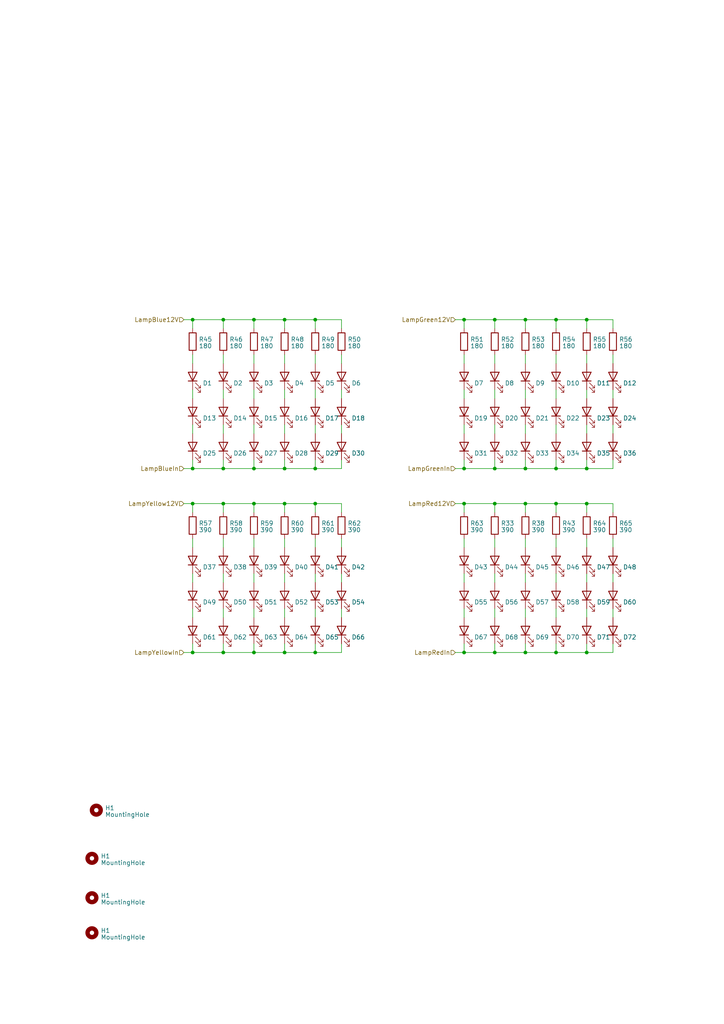
<source format=kicad_sch>
(kicad_sch (version 20230121) (generator eeschema)
  (paper "A4" portrait)
  (lib_symbols
    (symbol "Device:LED" (pin_numbers hide) (pin_names (offset 1.016) hide)
      (property "Reference" "D" (at 0 2.54 0))
      (property "Value" "LED" (at 0 -2.54 0))
      (symbol "LED_0_1"
        (polyline (pts (xy -1.27 -1.27) (xy -1.27 1.27)) (stroke (width 0.254)))
        (polyline (pts (xy -1.27 0) (xy 1.27 0)))
        (polyline (pts (xy 1.27 -1.27) (xy 1.27 1.27) (xy -1.27 0) (xy 1.27 -1.27)) (stroke (width 0.254)))
        (polyline (pts (xy -3.048 -0.762) (xy -4.572 -2.286) (xy -3.81 -2.286) (xy -4.572 -2.286) (xy -4.572 -1.524)))
        (polyline (pts (xy -1.778 -0.762) (xy -3.302 -2.286) (xy -2.54 -2.286) (xy -3.302 -2.286) (xy -3.302 -1.524)))
      )
      (symbol "LED_1_1"
        (pin passive line (at -3.81 0 0) (length 2.54) (name "K") (number "1"))
        (pin passive line (at 3.81 0 180) (length 2.54) (name "A") (number "2"))
      )
    )
    (symbol "Device:R" (pin_numbers hide) (pin_names (offset 0))
      (property "Reference" "R" (at 2.032 0 90))
      (property "Value" "R" (at 0 0 90))
      (symbol "R_0_1"
        (rectangle (start -1.016 -2.54) (end 1.016 2.54) (stroke (width 0.254)))
      )
      (symbol "R_1_1"
        (pin passive line (at 0 3.81 270) (length 1.27) (name "~") (number "1"))
        (pin passive line (at 0 -3.81 90) (length 1.27) (name "~") (number "2"))
      )
    )
    (symbol "Mechanical:MountingHole" (pin_names (offset 1.016))
      (property "Reference" "H" (at 0 5.08 0))
      (property "Value" "MountingHole" (at 0 3.175 0))
      (symbol "MountingHole_0_1"
        (circle (center 0 0) (radius 1.27) (stroke (width 1.27)))
      )
    )
  )
  (junction (at 82.55 92.71))
  (junction (at 55.88 146.05))
  (junction (at 64.77 135.89))
  (junction (at 161.29 135.89))
  (junction (at 91.44 146.05))
  (junction (at 134.62 189.23))
  (junction (at 55.88 189.23))
  (junction (at 73.66 146.05))
  (junction (at 73.66 92.71))
  (junction (at 73.66 189.23))
  (junction (at 143.51 189.23))
  (junction (at 152.4 146.05))
  (junction (at 64.77 92.71))
  (junction (at 82.55 189.23))
  (junction (at 134.62 92.71))
  (junction (at 64.77 146.05))
  (junction (at 82.55 135.89))
  (junction (at 170.18 135.89))
  (junction (at 55.88 92.71))
  (junction (at 143.51 135.89))
  (junction (at 91.44 189.23))
  (junction (at 152.4 135.89))
  (junction (at 82.55 146.05))
  (junction (at 64.77 189.23))
  (junction (at 170.18 146.05))
  (junction (at 161.29 92.71))
  (junction (at 55.88 135.89))
  (junction (at 134.62 146.05))
  (junction (at 143.51 146.05))
  (junction (at 91.44 135.89))
  (junction (at 143.51 92.71))
  (junction (at 161.29 189.23))
  (junction (at 170.18 189.23))
  (junction (at 170.18 92.71))
  (junction (at 152.4 189.23))
  (junction (at 161.29 146.05))
  (junction (at 91.44 92.71))
  (junction (at 134.62 135.89))
  (junction (at 73.66 135.89))
  (junction (at 152.4 92.71))
  (wire (pts (xy 177.8 123.19) (xy 177.8 125.73)))
  (wire (pts (xy 177.8 135.89) (xy 170.18 135.89)))
  (wire (pts (xy 53.34 92.71) (xy 55.88 92.71)))
  (wire (pts (xy 99.06 156.21) (xy 99.06 158.75)))
  (wire (pts (xy 64.77 133.35) (xy 64.77 135.89)))
  (wire (pts (xy 64.77 92.71) (xy 64.77 95.25)))
  (wire (pts (xy 91.44 123.19) (xy 91.44 125.73)))
  (wire (pts (xy 91.44 166.37) (xy 91.44 168.91)))
  (wire (pts (xy 170.18 92.71) (xy 161.29 92.71)))
  (wire (pts (xy 64.77 92.71) (xy 73.66 92.71)))
  (wire (pts (xy 177.8 146.05) (xy 170.18 146.05)))
  (wire (pts (xy 99.06 102.87) (xy 99.06 105.41)))
  (wire (pts (xy 55.88 102.87) (xy 55.88 105.41)))
  (wire (pts (xy 55.88 189.23) (xy 64.77 189.23)))
  (wire (pts (xy 134.62 176.53) (xy 134.62 179.07)))
  (wire (pts (xy 143.51 113.03) (xy 143.51 115.57)))
  (wire (pts (xy 55.88 176.53) (xy 55.88 179.07)))
  (wire (pts (xy 99.06 113.03) (xy 99.06 115.57)))
  (wire (pts (xy 64.77 176.53) (xy 64.77 179.07)))
  (wire (pts (xy 152.4 156.21) (xy 152.4 158.75)))
  (wire (pts (xy 152.4 113.03) (xy 152.4 115.57)))
  (wire (pts (xy 55.88 95.25) (xy 55.88 92.71)))
  (wire (pts (xy 91.44 176.53) (xy 91.44 179.07)))
  (wire (pts (xy 73.66 156.21) (xy 73.66 158.75)))
  (wire (pts (xy 73.66 166.37) (xy 73.66 168.91)))
  (wire (pts (xy 55.88 123.19) (xy 55.88 125.73)))
  (wire (pts (xy 134.62 113.03) (xy 134.62 115.57)))
  (wire (pts (xy 170.18 102.87) (xy 170.18 105.41)))
  (wire (pts (xy 55.88 135.89) (xy 64.77 135.89)))
  (wire (pts (xy 55.88 166.37) (xy 55.88 168.91)))
  (wire (pts (xy 177.8 148.59) (xy 177.8 146.05)))
  (wire (pts (xy 143.51 133.35) (xy 143.51 135.89)))
  (wire (pts (xy 143.51 156.21) (xy 143.51 158.75)))
  (wire (pts (xy 143.51 146.05) (xy 152.4 146.05)))
  (wire (pts (xy 82.55 113.03) (xy 82.55 115.57)))
  (wire (pts (xy 177.8 189.23) (xy 170.18 189.23)))
  (wire (pts (xy 73.66 102.87) (xy 73.66 105.41)))
  (wire (pts (xy 170.18 135.89) (xy 161.29 135.89)))
  (wire (pts (xy 143.51 186.69) (xy 143.51 189.23)))
  (wire (pts (xy 91.44 186.69) (xy 91.44 189.23)))
  (wire (pts (xy 55.88 133.35) (xy 55.88 135.89)))
  (wire (pts (xy 152.4 146.05) (xy 152.4 148.59)))
  (wire (pts (xy 99.06 135.89) (xy 91.44 135.89)))
  (wire (pts (xy 152.4 102.87) (xy 152.4 105.41)))
  (wire (pts (xy 161.29 189.23) (xy 161.29 186.69)))
  (wire (pts (xy 73.66 92.71) (xy 73.66 95.25)))
  (wire (pts (xy 170.18 176.53) (xy 170.18 179.07)))
  (wire (pts (xy 143.51 146.05) (xy 143.51 148.59)))
  (wire (pts (xy 73.66 146.05) (xy 73.66 148.59)))
  (wire (pts (xy 73.66 189.23) (xy 82.55 189.23)))
  (wire (pts (xy 82.55 189.23) (xy 82.55 186.69)))
  (wire (pts (xy 132.08 92.71) (xy 134.62 92.71)))
  (wire (pts (xy 134.62 148.59) (xy 134.62 146.05)))
  (wire (pts (xy 91.44 146.05) (xy 91.44 148.59)))
  (wire (pts (xy 170.18 186.69) (xy 170.18 189.23)))
  (wire (pts (xy 177.8 113.03) (xy 177.8 115.57)))
  (wire (pts (xy 91.44 102.87) (xy 91.44 105.41)))
  (wire (pts (xy 73.66 146.05) (xy 82.55 146.05)))
  (wire (pts (xy 73.66 123.19) (xy 73.66 125.73)))
  (wire (pts (xy 73.66 92.71) (xy 82.55 92.71)))
  (wire (pts (xy 134.62 156.21) (xy 134.62 158.75)))
  (wire (pts (xy 152.4 135.89) (xy 161.29 135.89)))
  (wire (pts (xy 64.77 102.87) (xy 64.77 105.41)))
  (wire (pts (xy 143.51 135.89) (xy 152.4 135.89)))
  (wire (pts (xy 99.06 148.59) (xy 99.06 146.05)))
  (wire (pts (xy 170.18 123.19) (xy 170.18 125.73)))
  (wire (pts (xy 134.62 186.69) (xy 134.62 189.23)))
  (wire (pts (xy 64.77 113.03) (xy 64.77 115.57)))
  (wire (pts (xy 64.77 146.05) (xy 73.66 146.05)))
  (wire (pts (xy 99.06 133.35) (xy 99.06 135.89)))
  (wire (pts (xy 177.8 156.21) (xy 177.8 158.75)))
  (wire (pts (xy 161.29 135.89) (xy 161.29 133.35)))
  (wire (pts (xy 134.62 146.05) (xy 143.51 146.05)))
  (wire (pts (xy 64.77 156.21) (xy 64.77 158.75)))
  (wire (pts (xy 161.29 176.53) (xy 161.29 179.07)))
  (wire (pts (xy 82.55 92.71) (xy 82.55 95.25)))
  (wire (pts (xy 99.06 166.37) (xy 99.06 168.91)))
  (wire (pts (xy 134.62 189.23) (xy 143.51 189.23)))
  (wire (pts (xy 64.77 189.23) (xy 73.66 189.23)))
  (wire (pts (xy 143.51 123.19) (xy 143.51 125.73)))
  (wire (pts (xy 152.4 176.53) (xy 152.4 179.07)))
  (wire (pts (xy 82.55 123.19) (xy 82.55 125.73)))
  (wire (pts (xy 177.8 92.71) (xy 170.18 92.71)))
  (wire (pts (xy 132.08 146.05) (xy 134.62 146.05)))
  (wire (pts (xy 91.44 133.35) (xy 91.44 135.89)))
  (wire (pts (xy 132.08 135.89) (xy 134.62 135.89)))
  (wire (pts (xy 161.29 92.71) (xy 161.29 95.25)))
  (wire (pts (xy 161.29 113.03) (xy 161.29 115.57)))
  (wire (pts (xy 177.8 166.37) (xy 177.8 168.91)))
  (wire (pts (xy 170.18 146.05) (xy 170.18 148.59)))
  (wire (pts (xy 91.44 156.21) (xy 91.44 158.75)))
  (wire (pts (xy 170.18 156.21) (xy 170.18 158.75)))
  (wire (pts (xy 64.77 135.89) (xy 73.66 135.89)))
  (wire (pts (xy 73.66 176.53) (xy 73.66 179.07)))
  (wire (pts (xy 91.44 92.71) (xy 91.44 95.25)))
  (wire (pts (xy 53.34 189.23) (xy 55.88 189.23)))
  (wire (pts (xy 91.44 113.03) (xy 91.44 115.57)))
  (wire (pts (xy 82.55 176.53) (xy 82.55 179.07)))
  (wire (pts (xy 64.77 166.37) (xy 64.77 168.91)))
  (wire (pts (xy 152.4 92.71) (xy 161.29 92.71)))
  (wire (pts (xy 99.06 123.19) (xy 99.06 125.73)))
  (wire (pts (xy 177.8 95.25) (xy 177.8 92.71)))
  (wire (pts (xy 152.4 146.05) (xy 161.29 146.05)))
  (wire (pts (xy 53.34 135.89) (xy 55.88 135.89)))
  (wire (pts (xy 134.62 166.37) (xy 134.62 168.91)))
  (wire (pts (xy 73.66 135.89) (xy 82.55 135.89)))
  (wire (pts (xy 134.62 135.89) (xy 143.51 135.89)))
  (wire (pts (xy 170.18 92.71) (xy 170.18 95.25)))
  (wire (pts (xy 82.55 102.87) (xy 82.55 105.41)))
  (wire (pts (xy 64.77 123.19) (xy 64.77 125.73)))
  (wire (pts (xy 134.62 102.87) (xy 134.62 105.41)))
  (wire (pts (xy 82.55 166.37) (xy 82.55 168.91)))
  (wire (pts (xy 134.62 95.25) (xy 134.62 92.71)))
  (wire (pts (xy 134.62 133.35) (xy 134.62 135.89)))
  (wire (pts (xy 55.88 146.05) (xy 64.77 146.05)))
  (wire (pts (xy 170.18 189.23) (xy 161.29 189.23)))
  (wire (pts (xy 134.62 92.71) (xy 143.51 92.71)))
  (wire (pts (xy 55.88 148.59) (xy 55.88 146.05)))
  (wire (pts (xy 152.4 186.69) (xy 152.4 189.23)))
  (wire (pts (xy 161.29 123.19) (xy 161.29 125.73)))
  (wire (pts (xy 64.77 186.69) (xy 64.77 189.23)))
  (wire (pts (xy 55.88 113.03) (xy 55.88 115.57)))
  (wire (pts (xy 152.4 189.23) (xy 161.29 189.23)))
  (wire (pts (xy 82.55 135.89) (xy 82.55 133.35)))
  (wire (pts (xy 152.4 133.35) (xy 152.4 135.89)))
  (wire (pts (xy 55.88 92.71) (xy 64.77 92.71)))
  (wire (pts (xy 177.8 176.53) (xy 177.8 179.07)))
  (wire (pts (xy 99.06 146.05) (xy 91.44 146.05)))
  (wire (pts (xy 99.06 92.71) (xy 91.44 92.71)))
  (wire (pts (xy 99.06 95.25) (xy 99.06 92.71)))
  (wire (pts (xy 82.55 146.05) (xy 82.55 148.59)))
  (wire (pts (xy 99.06 189.23) (xy 91.44 189.23)))
  (wire (pts (xy 132.08 189.23) (xy 134.62 189.23)))
  (wire (pts (xy 91.44 189.23) (xy 82.55 189.23)))
  (wire (pts (xy 161.29 146.05) (xy 161.29 148.59)))
  (wire (pts (xy 161.29 102.87) (xy 161.29 105.41)))
  (wire (pts (xy 152.4 166.37) (xy 152.4 168.91)))
  (wire (pts (xy 73.66 186.69) (xy 73.66 189.23)))
  (wire (pts (xy 143.51 166.37) (xy 143.51 168.91)))
  (wire (pts (xy 170.18 113.03) (xy 170.18 115.57)))
  (wire (pts (xy 82.55 156.21) (xy 82.55 158.75)))
  (wire (pts (xy 91.44 92.71) (xy 82.55 92.71)))
  (wire (pts (xy 55.88 156.21) (xy 55.88 158.75)))
  (wire (pts (xy 177.8 186.69) (xy 177.8 189.23)))
  (wire (pts (xy 73.66 133.35) (xy 73.66 135.89)))
  (wire (pts (xy 152.4 92.71) (xy 152.4 95.25)))
  (wire (pts (xy 177.8 133.35) (xy 177.8 135.89)))
  (wire (pts (xy 143.51 189.23) (xy 152.4 189.23)))
  (wire (pts (xy 170.18 166.37) (xy 170.18 168.91)))
  (wire (pts (xy 55.88 186.69) (xy 55.88 189.23)))
  (wire (pts (xy 143.51 102.87) (xy 143.51 105.41)))
  (wire (pts (xy 143.51 176.53) (xy 143.51 179.07)))
  (wire (pts (xy 73.66 113.03) (xy 73.66 115.57)))
  (wire (pts (xy 91.44 146.05) (xy 82.55 146.05)))
  (wire (pts (xy 134.62 123.19) (xy 134.62 125.73)))
  (wire (pts (xy 99.06 186.69) (xy 99.06 189.23)))
  (wire (pts (xy 143.51 92.71) (xy 143.51 95.25)))
  (wire (pts (xy 99.06 176.53) (xy 99.06 179.07)))
  (wire (pts (xy 152.4 123.19) (xy 152.4 125.73)))
  (wire (pts (xy 143.51 92.71) (xy 152.4 92.71)))
  (wire (pts (xy 170.18 146.05) (xy 161.29 146.05)))
  (wire (pts (xy 64.77 146.05) (xy 64.77 148.59)))
  (wire (pts (xy 170.18 133.35) (xy 170.18 135.89)))
  (wire (pts (xy 161.29 156.21) (xy 161.29 158.75)))
  (wire (pts (xy 161.29 166.37) (xy 161.29 168.91)))
  (wire (pts (xy 177.8 102.87) (xy 177.8 105.41)))
  (wire (pts (xy 53.34 146.05) (xy 55.88 146.05)))
  (wire (pts (xy 91.44 135.89) (xy 82.55 135.89)))
  (hierarchical_label "LampRedIn" (shape input) (at 132.08 189.23 180))
  (hierarchical_label "LampBlue12V" (shape input) (at 53.34 92.71 180))
  (hierarchical_label "LampGreen12V" (shape input) (at 132.08 92.71 180))
  (hierarchical_label "LampYellow12V" (shape input) (at 53.34 146.05 180))
  (hierarchical_label "LampYellowIn" (shape input) (at 53.34 189.23 180))
  (hierarchical_label "LampGreenIn" (shape input) (at 132.08 135.89 180))
  (hierarchical_label "LampRed12V" (shape input) (at 132.08 146.05 180))
  (hierarchical_label "LampBlueIn" (shape input) (at 53.34 135.89 180))
  (symbol (lib_id "Mechanical:MountingHole") (at 26.67 270.51 0) (unit 1)
    (property "Reference" "H1" (at 29.21 269.8663 0) (effects (justify left)))
    (property "Value" "MountingHole" (at 29.21 271.7873 0) (effects (justify left)))
    (property "Footprint" "MountingHole:MountingHole_3.2mm_M3" (effects hide))
    (instances (project "v1" (path "" (reference "H1") (unit 1)) (path "" (reference "H20") (unit 1))))
  )
  (symbol (lib_id "Device:LED") (at 177.8 109.22 90) (unit 1)
    (property "Reference" "D12" (at 180.721 111.1243 90) (effects (justify right)))
    (property "Value" "LED" (effects hide))
    (property "Footprint" "LED_THT:LED_D5.0mm" (effects hide))
  )
  (symbol (lib_id "Device:LED") (at 91.44 119.38 90) (unit 1)
    (property "Reference" "D17" (at 94.361 121.2843 90) (effects (justify right)))
    (property "Value" "LED" (effects hide))
    (property "Footprint" "LED_THT:LED_D5.0mm" (effects hide))
  )
  (symbol (lib_id "Device:LED") (at 152.4 172.72 90) (unit 1)
    (property "Reference" "D57" (at 155.321 174.6243 90) (effects (justify right)))
    (property "Value" "LED" (effects hide))
    (property "Footprint" "LED_THT:LED_D5.0mm" (effects hide))
  )
  (symbol (lib_id "Device:LED") (at 73.66 109.22 90) (unit 1)
    (property "Reference" "D3" (at 76.581 111.1243 90) (effects (justify right)))
    (property "Value" "LED" (effects hide))
    (property "Footprint" "LED_THT:LED_D5.0mm" (effects hide))
  )
  (symbol (lib_id "Device:LED") (at 161.29 129.54 90) (unit 1)
    (property "Reference" "D34" (at 164.211 131.4443 90) (effects (justify right)))
    (property "Value" "LED" (effects hide))
    (property "Footprint" "LED_THT:LED_D5.0mm" (effects hide))
  )
  (symbol (lib_id "Device:R") (at 55.88 152.4 0) (unit 1)
    (property "Reference" "R57" (at 57.658 151.7563 0) (effects (justify left)))
    (property "Value" "390" (at 57.658 153.6773 0) (effects (justify left)))
    (property "Footprint" "Resistor_THT:R_Axial_DIN0207_L6.3mm_D2.5mm_P7.62mm_Horizontal" (effects hide))
  )
  (symbol (lib_id "Device:LED") (at 55.88 162.56 90) (unit 1)
    (property "Reference" "D37" (at 58.801 164.4643 90) (effects (justify right)))
    (property "Value" "LED" (effects hide))
    (property "Footprint" "LED_THT:LED_D5.0mm" (effects hide))
  )
  (symbol (lib_id "Device:LED") (at 177.8 162.56 90) (unit 1)
    (property "Reference" "D48" (at 180.721 164.4643 90) (effects (justify right)))
    (property "Value" "LED" (effects hide))
    (property "Footprint" "LED_THT:LED_D5.0mm" (effects hide))
  )
  (symbol (lib_id "Device:R") (at 73.66 152.4 0) (unit 1)
    (property "Reference" "R59" (at 75.438 151.7563 0) (effects (justify left)))
    (property "Value" "390" (at 75.438 153.6773 0) (effects (justify left)))
    (property "Footprint" "Resistor_THT:R_Axial_DIN0207_L6.3mm_D2.5mm_P7.62mm_Horizontal" (effects hide))
  )
  (symbol (lib_id "Device:LED") (at 82.55 182.88 90) (unit 1)
    (property "Reference" "D64" (at 85.471 184.7843 90) (effects (justify right)))
    (property "Value" "LED" (effects hide))
    (property "Footprint" "LED_THT:LED_D5.0mm" (effects hide))
  )
  (symbol (lib_id "Device:LED") (at 73.66 182.88 90) (unit 1)
    (property "Reference" "D63" (at 76.581 184.7843 90) (effects (justify right)))
    (property "Value" "LED" (effects hide))
    (property "Footprint" "LED_THT:LED_D5.0mm" (effects hide))
  )
  (symbol (lib_id "Device:LED") (at 161.29 182.88 90) (unit 1)
    (property "Reference" "D70" (at 164.211 184.7843 90) (effects (justify right)))
    (property "Value" "LED" (effects hide))
    (property "Footprint" "LED_THT:LED_D5.0mm" (effects hide))
  )
  (symbol (lib_id "Device:LED") (at 143.51 109.22 90) (unit 1)
    (property "Reference" "D8" (at 146.431 111.1243 90) (effects (justify right)))
    (property "Value" "LED" (effects hide))
    (property "Footprint" "LED_THT:LED_D5.0mm" (effects hide))
  )
  (symbol (lib_id "Device:LED") (at 73.66 129.54 90) (unit 1)
    (property "Reference" "D27" (at 76.581 131.4443 90) (effects (justify right)))
    (property "Value" "LED" (effects hide))
    (property "Footprint" "LED_THT:LED_D5.0mm" (effects hide))
  )
  (symbol (lib_id "Device:LED") (at 143.51 119.38 90) (unit 1)
    (property "Reference" "D20" (at 146.431 121.2843 90) (effects (justify right)))
    (property "Value" "LED" (effects hide))
    (property "Footprint" "LED_THT:LED_D5.0mm" (effects hide))
  )
  (symbol (lib_id "Device:LED") (at 161.29 162.56 90) (unit 1)
    (property "Reference" "D46" (at 164.211 164.4643 90) (effects (justify right)))
    (property "Value" "LED" (effects hide))
    (property "Footprint" "LED_THT:LED_D5.0mm" (effects hide))
  )
  (symbol (lib_id "Device:LED") (at 82.55 109.22 90) (unit 1)
    (property "Reference" "D4" (at 85.471 111.1243 90) (effects (justify right)))
    (property "Value" "LED" (effects hide))
    (property "Footprint" "LED_THT:LED_D5.0mm" (effects hide))
  )
  (symbol (lib_id "Device:LED") (at 64.77 129.54 90) (unit 1)
    (property "Reference" "D26" (at 67.691 131.4443 90) (effects (justify right)))
    (property "Value" "LED" (effects hide))
    (property "Footprint" "LED_THT:LED_D5.0mm" (effects hide))
  )
  (symbol (lib_id "Device:LED") (at 161.29 172.72 90) (unit 1)
    (property "Reference" "D58" (at 164.211 174.6243 90) (effects (justify right)))
    (property "Value" "LED" (effects hide))
    (property "Footprint" "LED_THT:LED_D5.0mm" (effects hide))
  )
  (symbol (lib_id "Device:LED") (at 55.88 109.22 90) (unit 1)
    (property "Reference" "D1" (at 58.801 111.1243 90) (effects (justify right)))
    (property "Value" "LED" (effects hide))
    (property "Footprint" "LED_THT:LED_D5.0mm" (effects hide))
  )
  (symbol (lib_id "Device:R") (at 152.4 152.4 0) (unit 1)
    (property "Reference" "R38" (at 154.178 151.7563 0) (effects (justify left)))
    (property "Value" "390" (at 154.178 153.6773 0) (effects (justify left)))
    (property "Footprint" "Resistor_SMD:R_1206_3216Metric_Pad1.30x1.75mm_HandSolder" (effects hide))
  )
  (symbol (lib_id "Device:R") (at 170.18 99.06 0) (unit 1)
    (property "Reference" "R55" (at 171.958 98.4163 0) (effects (justify left)))
    (property "Value" "180" (at 171.958 100.3373 0) (effects (justify left)))
    (property "Footprint" "Resistor_THT:R_Axial_DIN0207_L6.3mm_D2.5mm_P7.62mm_Horizontal" (effects hide))
  )
  (symbol (lib_id "Device:R") (at 99.06 99.06 0) (unit 1)
    (property "Reference" "R50" (at 100.838 98.4163 0) (effects (justify left)))
    (property "Value" "180" (at 100.838 100.3373 0) (effects (justify left)))
    (property "Footprint" "Resistor_THT:R_Axial_DIN0207_L6.3mm_D2.5mm_P7.62mm_Horizontal" (effects hide))
  )
  (symbol (lib_id "Device:LED") (at 134.62 162.56 90) (unit 1)
    (property "Reference" "D43" (at 137.541 164.4643 90) (effects (justify right)))
    (property "Value" "LED" (effects hide))
    (property "Footprint" "LED_THT:LED_D5.0mm" (effects hide))
  )
  (symbol (lib_id "Device:LED") (at 152.4 109.22 90) (unit 1)
    (property "Reference" "D9" (at 155.321 111.1243 90) (effects (justify right)))
    (property "Value" "LED" (effects hide))
    (property "Footprint" "LED_THT:LED_D5.0mm" (effects hide))
  )
  (symbol (lib_id "Device:LED") (at 55.88 119.38 90) (unit 1)
    (property "Reference" "D13" (at 58.801 121.2843 90) (effects (justify right)))
    (property "Value" "LED" (effects hide))
    (property "Footprint" "LED_THT:LED_D5.0mm" (effects hide))
  )
  (symbol (lib_id "Device:R") (at 177.8 99.06 0) (unit 1)
    (property "Reference" "R56" (at 179.578 98.4163 0) (effects (justify left)))
    (property "Value" "180" (at 179.578 100.3373 0) (effects (justify left)))
    (property "Footprint" "Resistor_THT:R_Axial_DIN0207_L6.3mm_D2.5mm_P7.62mm_Horizontal" (effects hide))
  )
  (symbol (lib_id "Device:LED") (at 177.8 182.88 90) (unit 1)
    (property "Reference" "D72" (at 180.721 184.7843 90) (effects (justify right)))
    (property "Value" "LED" (effects hide))
    (property "Footprint" "LED_THT:LED_D5.0mm" (effects hide))
  )
  (symbol (lib_id "Device:R") (at 99.06 152.4 0) (unit 1)
    (property "Reference" "R62" (at 100.838 151.7563 0) (effects (justify left)))
    (property "Value" "390" (at 100.838 153.6773 0) (effects (justify left)))
    (property "Footprint" "Resistor_THT:R_Axial_DIN0207_L6.3mm_D2.5mm_P7.62mm_Horizontal" (effects hide))
  )
  (symbol (lib_id "Device:R") (at 134.62 99.06 0) (unit 1)
    (property "Reference" "R51" (at 136.398 98.4163 0) (effects (justify left)))
    (property "Value" "180" (at 136.398 100.3373 0) (effects (justify left)))
    (property "Footprint" "Resistor_THT:R_Axial_DIN0207_L6.3mm_D2.5mm_P7.62mm_Horizontal" (effects hide))
  )
  (symbol (lib_id "Device:LED") (at 134.62 172.72 90) (unit 1)
    (property "Reference" "D55" (at 137.541 174.6243 90) (effects (justify right)))
    (property "Value" "LED" (effects hide))
    (property "Footprint" "LED_THT:LED_D5.0mm" (effects hide))
  )
  (symbol (lib_id "Device:LED") (at 73.66 119.38 90) (unit 1)
    (property "Reference" "D15" (at 76.581 121.2843 90) (effects (justify right)))
    (property "Value" "LED" (effects hide))
    (property "Footprint" "LED_THT:LED_D5.0mm" (effects hide))
  )
  (symbol (lib_id "Device:LED") (at 91.44 172.72 90) (unit 1)
    (property "Reference" "D53" (at 94.361 174.6243 90) (effects (justify right)))
    (property "Value" "LED" (effects hide))
    (property "Footprint" "LED_THT:LED_D5.0mm" (effects hide))
  )
  (symbol (lib_id "Device:LED") (at 134.62 109.22 90) (unit 1)
    (property "Reference" "D7" (at 137.541 111.1243 90) (effects (justify right)))
    (property "Value" "LED" (effects hide))
    (property "Footprint" "LED_THT:LED_D5.0mm" (effects hide))
  )
  (symbol (lib_id "Device:LED") (at 99.06 172.72 90) (unit 1)
    (property "Reference" "D54" (at 101.981 174.6243 90) (effects (justify right)))
    (property "Value" "LED" (effects hide))
    (property "Footprint" "LED_THT:LED_D5.0mm" (effects hide))
  )
  (symbol (lib_id "Device:LED") (at 177.8 172.72 90) (unit 1)
    (property "Reference" "D60" (at 180.721 174.6243 90) (effects (justify right)))
    (property "Value" "LED" (effects hide))
    (property "Footprint" "LED_THT:LED_D5.0mm" (effects hide))
  )
  (symbol (lib_id "Device:LED") (at 55.88 129.54 90) (unit 1)
    (property "Reference" "D25" (at 58.801 131.4443 90) (effects (justify right)))
    (property "Value" "LED" (effects hide))
    (property "Footprint" "LED_THT:LED_D5.0mm" (effects hide))
  )
  (symbol (lib_id "Mechanical:MountingHole") (at 26.67 260.35 0) (unit 1)
    (property "Reference" "H1" (at 29.21 259.7063 0) (effects (justify left)))
    (property "Value" "MountingHole" (at 29.21 261.6273 0) (effects (justify left)))
    (property "Footprint" "MountingHole:MountingHole_3.2mm_M3" (effects hide))
    (instances (project "v1" (path "" (reference "H1") (unit 1)) (path "" (reference "H19") (unit 1))))
  )
  (symbol (lib_id "Device:LED") (at 99.06 182.88 90) (unit 1)
    (property "Reference" "D66" (at 101.981 184.7843 90) (effects (justify right)))
    (property "Value" "LED" (effects hide))
    (property "Footprint" "LED_THT:LED_D5.0mm" (effects hide))
  )
  (symbol (lib_id "Device:LED") (at 143.51 129.54 90) (unit 1)
    (property "Reference" "D32" (at 146.431 131.4443 90) (effects (justify right)))
    (property "Value" "LED" (effects hide))
    (property "Footprint" "LED_THT:LED_D5.0mm" (effects hide))
  )
  (symbol (lib_id "Device:LED") (at 73.66 172.72 90) (unit 1)
    (property "Reference" "D51" (at 76.581 174.6243 90) (effects (justify right)))
    (property "Value" "LED" (effects hide))
    (property "Footprint" "LED_THT:LED_D5.0mm" (effects hide))
  )
  (symbol (lib_id "Device:LED") (at 177.8 129.54 90) (unit 1)
    (property "Reference" "D36" (at 180.721 131.4443 90) (effects (justify right)))
    (property "Value" "LED" (effects hide))
    (property "Footprint" "LED_THT:LED_D5.0mm" (effects hide))
  )
  (symbol (lib_id "Device:LED") (at 170.18 109.22 90) (unit 1)
    (property "Reference" "D11" (at 173.101 111.1243 90) (effects (justify right)))
    (property "Value" "LED" (effects hide))
    (property "Footprint" "LED_THT:LED_D5.0mm" (effects hide))
  )
  (symbol (lib_id "Device:R") (at 177.8 152.4 0) (unit 1)
    (property "Reference" "R65" (at 179.578 151.7563 0) (effects (justify left)))
    (property "Value" "390" (at 179.578 153.6773 0) (effects (justify left)))
    (property "Footprint" "Resistor_SMD:R_1206_3216Metric_Pad1.30x1.75mm_HandSolder" (effects hide))
  )
  (symbol (lib_id "Device:LED") (at 82.55 172.72 90) (unit 1)
    (property "Reference" "D52" (at 85.471 174.6243 90) (effects (justify right)))
    (property "Value" "LED" (effects hide))
    (property "Footprint" "LED_THT:LED_D5.0mm" (effects hide))
  )
  (symbol (lib_id "Device:LED") (at 55.88 182.88 90) (unit 1)
    (property "Reference" "D61" (at 58.801 184.7843 90) (effects (justify right)))
    (property "Value" "LED" (effects hide))
    (property "Footprint" "LED_THT:LED_D5.0mm" (effects hide))
  )
  (symbol (lib_id "Device:LED") (at 91.44 109.22 90) (unit 1)
    (property "Reference" "D5" (at 94.361 111.1243 90) (effects (justify right)))
    (property "Value" "LED" (effects hide))
    (property "Footprint" "LED_THT:LED_D5.0mm" (effects hide))
  )
  (symbol (lib_id "Device:LED") (at 134.62 129.54 90) (unit 1)
    (property "Reference" "D31" (at 137.541 131.4443 90) (effects (justify right)))
    (property "Value" "LED" (effects hide))
    (property "Footprint" "LED_THT:LED_D5.0mm" (effects hide))
  )
  (symbol (lib_id "Device:LED") (at 64.77 109.22 90) (unit 1)
    (property "Reference" "D2" (at 67.691 111.1243 90) (effects (justify right)))
    (property "Value" "LED" (effects hide))
    (property "Footprint" "LED_THT:LED_D5.0mm" (effects hide))
  )
  (symbol (lib_id "Device:LED") (at 170.18 129.54 90) (unit 1)
    (property "Reference" "D35" (at 173.101 131.4443 90) (effects (justify right)))
    (property "Value" "LED" (effects hide))
    (property "Footprint" "LED_THT:LED_D5.0mm" (effects hide))
  )
  (symbol (lib_id "Device:LED") (at 161.29 109.22 90) (unit 1)
    (property "Reference" "D10" (at 164.211 111.1243 90) (effects (justify right)))
    (property "Value" "LED" (effects hide))
    (property "Footprint" "LED_THT:LED_D5.0mm" (effects hide))
  )
  (symbol (lib_id "Device:R") (at 91.44 152.4 0) (unit 1)
    (property "Reference" "R61" (at 93.218 151.7563 0) (effects (justify left)))
    (property "Value" "390" (at 93.218 153.6773 0) (effects (justify left)))
    (property "Footprint" "Resistor_THT:R_Axial_DIN0207_L6.3mm_D2.5mm_P7.62mm_Horizontal" (effects hide))
  )
  (symbol (lib_id "Device:LED") (at 170.18 119.38 90) (unit 1)
    (property "Reference" "D23" (at 173.101 121.2843 90) (effects (justify right)))
    (property "Value" "LED" (effects hide))
    (property "Footprint" "LED_THT:LED_D5.0mm" (effects hide))
  )
  (symbol (lib_id "Device:LED") (at 91.44 182.88 90) (unit 1)
    (property "Reference" "D65" (at 94.361 184.7843 90) (effects (justify right)))
    (property "Value" "LED" (effects hide))
    (property "Footprint" "LED_THT:LED_D5.0mm" (effects hide))
  )
  (symbol (lib_id "Device:R") (at 73.66 99.06 0) (unit 1)
    (property "Reference" "R47" (at 75.438 98.4163 0) (effects (justify left)))
    (property "Value" "180" (at 75.438 100.3373 0) (effects (justify left)))
    (property "Footprint" "Resistor_THT:R_Axial_DIN0207_L6.3mm_D2.5mm_P7.62mm_Horizontal" (effects hide))
  )
  (symbol (lib_id "Device:LED") (at 177.8 119.38 90) (unit 1)
    (property "Reference" "D24" (at 180.721 121.2843 90) (effects (justify right)))
    (property "Value" "LED" (effects hide))
    (property "Footprint" "LED_THT:LED_D5.0mm" (effects hide))
  )
  (symbol (lib_id "Device:LED") (at 170.18 182.88 90) (unit 1)
    (property "Reference" "D71" (at 173.101 184.7843 90) (effects (justify right)))
    (property "Value" "LED" (effects hide))
    (property "Footprint" "LED_THT:LED_D5.0mm" (effects hide))
  )
  (symbol (lib_id "Device:LED") (at 99.06 109.22 90) (unit 1)
    (property "Reference" "D6" (at 101.981 111.1243 90) (effects (justify right)))
    (property "Value" "LED" (effects hide))
    (property "Footprint" "LED_THT:LED_D5.0mm" (effects hide))
  )
  (symbol (lib_id "Mechanical:MountingHole") (at 26.67 248.92 0) (unit 1)
    (property "Reference" "H1" (at 29.21 248.2763 0) (effects (justify left)))
    (property "Value" "MountingHole" (at 29.21 250.1973 0) (effects (justify left)))
    (property "Footprint" "MountingHole:MountingHole_3.2mm_M3" (effects hide))
    (instances (project "v1" (path "" (reference "H1") (unit 1)) (path "" (reference "H18") (unit 1))))
  )
  (symbol (lib_id "Device:R") (at 82.55 152.4 0) (unit 1)
    (property "Reference" "R60" (at 84.328 151.7563 0) (effects (justify left)))
    (property "Value" "390" (at 84.328 153.6773 0) (effects (justify left)))
    (property "Footprint" "Resistor_THT:R_Axial_DIN0207_L6.3mm_D2.5mm_P7.62mm_Horizontal" (effects hide))
  )
  (symbol (lib_id "Device:LED") (at 134.62 182.88 90) (unit 1)
    (property "Reference" "D67" (at 137.541 184.7843 90) (effects (justify right)))
    (property "Value" "LED" (effects hide))
    (property "Footprint" "LED_THT:LED_D5.0mm" (effects hide))
  )
  (symbol (lib_id "Device:R") (at 143.51 99.06 0) (unit 1)
    (property "Reference" "R52" (at 145.288 98.4163 0) (effects (justify left)))
    (property "Value" "180" (at 145.288 100.3373 0) (effects (justify left)))
    (property "Footprint" "Resistor_THT:R_Axial_DIN0207_L6.3mm_D2.5mm_P7.62mm_Horizontal" (effects hide))
  )
  (symbol (lib_id "Device:LED") (at 152.4 162.56 90) (unit 1)
    (property "Reference" "D45" (at 155.321 164.4643 90) (effects (justify right)))
    (property "Value" "LED" (effects hide))
    (property "Footprint" "LED_THT:LED_D5.0mm" (effects hide))
  )
  (symbol (lib_id "Device:R") (at 82.55 99.06 0) (unit 1)
    (property "Reference" "R48" (at 84.328 98.4163 0) (effects (justify left)))
    (property "Value" "180" (at 84.328 100.3373 0) (effects (justify left)))
    (property "Footprint" "Resistor_THT:R_Axial_DIN0207_L6.3mm_D2.5mm_P7.62mm_Horizontal" (effects hide))
  )
  (symbol (lib_id "Device:R") (at 64.77 99.06 0) (unit 1)
    (property "Reference" "R46" (at 66.548 98.4163 0) (effects (justify left)))
    (property "Value" "180" (at 66.548 100.3373 0) (effects (justify left)))
    (property "Footprint" "Resistor_THT:R_Axial_DIN0207_L6.3mm_D2.5mm_P7.62mm_Horizontal" (effects hide))
  )
  (symbol (lib_id "Device:LED") (at 152.4 119.38 90) (unit 1)
    (property "Reference" "D21" (at 155.321 121.2843 90) (effects (justify right)))
    (property "Value" "LED" (effects hide))
    (property "Footprint" "LED_THT:LED_D5.0mm" (effects hide))
  )
  (symbol (lib_id "Device:LED") (at 82.55 162.56 90) (unit 1)
    (property "Reference" "D40" (at 85.471 164.4643 90) (effects (justify right)))
    (property "Value" "LED" (effects hide))
    (property "Footprint" "LED_THT:LED_D5.0mm" (effects hide))
  )
  (symbol (lib_id "Device:LED") (at 91.44 129.54 90) (unit 1)
    (property "Reference" "D29" (at 94.361 131.4443 90) (effects (justify right)))
    (property "Value" "LED" (effects hide))
    (property "Footprint" "LED_THT:LED_D5.0mm" (effects hide))
  )
  (symbol (lib_id "Device:LED") (at 134.62 119.38 90) (unit 1)
    (property "Reference" "D19" (at 137.541 121.2843 90) (effects (justify right)))
    (property "Value" "LED" (effects hide))
    (property "Footprint" "LED_THT:LED_D5.0mm" (effects hide))
  )
  (symbol (lib_id "Device:R") (at 161.29 99.06 0) (unit 1)
    (property "Reference" "R54" (at 163.068 98.4163 0) (effects (justify left)))
    (property "Value" "180" (at 163.068 100.3373 0) (effects (justify left)))
    (property "Footprint" "Resistor_THT:R_Axial_DIN0207_L6.3mm_D2.5mm_P7.62mm_Horizontal" (effects hide))
  )
  (symbol (lib_id "Device:LED") (at 99.06 129.54 90) (unit 1)
    (property "Reference" "D30" (at 101.981 131.4443 90) (effects (justify right)))
    (property "Value" "LED" (effects hide))
    (property "Footprint" "LED_THT:LED_D5.0mm" (effects hide))
  )
  (symbol (lib_id "Device:LED") (at 91.44 162.56 90) (unit 1)
    (property "Reference" "D41" (at 94.361 164.4643 90) (effects (justify right)))
    (property "Value" "LED" (effects hide))
    (property "Footprint" "LED_THT:LED_D5.0mm" (effects hide))
  )
  (symbol (lib_id "Device:R") (at 64.77 152.4 0) (unit 1)
    (property "Reference" "R58" (at 66.548 151.7563 0) (effects (justify left)))
    (property "Value" "390" (at 66.548 153.6773 0) (effects (justify left)))
    (property "Footprint" "Resistor_THT:R_Axial_DIN0207_L6.3mm_D2.5mm_P7.62mm_Horizontal" (effects hide))
  )
  (symbol (lib_id "Device:LED") (at 143.51 172.72 90) (unit 1)
    (property "Reference" "D56" (at 146.431 174.6243 90) (effects (justify right)))
    (property "Value" "LED" (effects hide))
    (property "Footprint" "LED_THT:LED_D5.0mm" (effects hide))
  )
  (symbol (lib_id "Device:LED") (at 82.55 129.54 90) (unit 1)
    (property "Reference" "D28" (at 85.471 131.4443 90) (effects (justify right)))
    (property "Value" "LED" (effects hide))
    (property "Footprint" "LED_THT:LED_D5.0mm" (effects hide))
  )
  (symbol (lib_id "Device:R") (at 161.29 152.4 0) (unit 1)
    (property "Reference" "R43" (at 163.068 151.7563 0) (effects (justify left)))
    (property "Value" "390" (at 163.068 153.6773 0) (effects (justify left)))
    (property "Footprint" "Resistor_SMD:R_1206_3216Metric_Pad1.30x1.75mm_HandSolder" (effects hide))
  )
  (symbol (lib_id "Device:LED") (at 143.51 162.56 90) (unit 1)
    (property "Reference" "D44" (at 146.431 164.4643 90) (effects (justify right)))
    (property "Value" "LED" (effects hide))
    (property "Footprint" "LED_THT:LED_D5.0mm" (effects hide))
  )
  (symbol (lib_id "Device:LED") (at 64.77 119.38 90) (unit 1)
    (property "Reference" "D14" (at 67.691 121.2843 90) (effects (justify right)))
    (property "Value" "LED" (effects hide))
    (property "Footprint" "LED_THT:LED_D5.0mm" (effects hide))
  )
  (symbol (lib_id "Mechanical:MountingHole") (at 27.94 234.95 0) (unit 1)
    (property "Reference" "H1" (at 30.48 234.3063 0) (effects (justify left)))
    (property "Value" "MountingHole" (at 30.48 236.2273 0) (effects (justify left)))
    (property "Footprint" "MountingHole:MountingHole_3.2mm_M3" (effects hide))
    (instances (project "v1" (path "" (reference "H1") (unit 1)) (path "" (reference "H17") (unit 1))))
  )
  (symbol (lib_id "Device:LED") (at 170.18 162.56 90) (unit 1)
    (property "Reference" "D47" (at 173.101 164.4643 90) (effects (justify right)))
    (property "Value" "LED" (effects hide))
    (property "Footprint" "LED_THT:LED_D5.0mm" (effects hide))
  )
  (symbol (lib_id "Device:LED") (at 170.18 172.72 90) (unit 1)
    (property "Reference" "D59" (at 173.101 174.6243 90) (effects (justify right)))
    (property "Value" "LED" (effects hide))
    (property "Footprint" "LED_THT:LED_D5.0mm" (effects hide))
  )
  (symbol (lib_id "Device:LED") (at 64.77 182.88 90) (unit 1)
    (property "Reference" "D62" (at 67.691 184.7843 90) (effects (justify right)))
    (property "Value" "LED" (effects hide))
    (property "Footprint" "LED_THT:LED_D5.0mm" (effects hide))
  )
  (symbol (lib_id "Device:LED") (at 152.4 129.54 90) (unit 1)
    (property "Reference" "D33" (at 155.321 131.4443 90) (effects (justify right)))
    (property "Value" "LED" (effects hide))
    (property "Footprint" "LED_THT:LED_D5.0mm" (effects hide))
  )
  (symbol (lib_id "Device:LED") (at 55.88 172.72 90) (unit 1)
    (property "Reference" "D49" (at 58.801 174.6243 90) (effects (justify right)))
    (property "Value" "LED" (effects hide))
    (property "Footprint" "LED_THT:LED_D5.0mm" (effects hide))
  )
  (symbol (lib_id "Device:LED") (at 64.77 162.56 90) (unit 1)
    (property "Reference" "D38" (at 67.691 164.4643 90) (effects (justify right)))
    (property "Value" "LED" (effects hide))
    (property "Footprint" "LED_THT:LED_D5.0mm" (effects hide))
  )
  (symbol (lib_id "Device:R") (at 143.51 152.4 0) (unit 1)
    (property "Reference" "R33" (at 145.288 151.7563 0) (effects (justify left)))
    (property "Value" "390" (at 145.288 153.6773 0) (effects (justify left)))
    (property "Footprint" "Resistor_SMD:R_1206_3216Metric_Pad1.30x1.75mm_HandSolder" (effects hide))
  )
  (symbol (lib_id "Device:LED") (at 73.66 162.56 90) (unit 1)
    (property "Reference" "D39" (at 76.581 164.4643 90) (effects (justify right)))
    (property "Value" "LED" (effects hide))
    (property "Footprint" "LED_THT:LED_D5.0mm" (effects hide))
  )
  (symbol (lib_id "Device:R") (at 134.62 152.4 0) (unit 1)
    (property "Reference" "R63" (at 136.398 151.7563 0) (effects (justify left)))
    (property "Value" "390" (at 136.398 153.6773 0) (effects (justify left)))
    (property "Footprint" "Resistor_SMD:R_1206_3216Metric_Pad1.30x1.75mm_HandSolder" (effects hide))
  )
  (symbol (lib_id "Device:R") (at 170.18 152.4 0) (unit 1)
    (property "Reference" "R64" (at 171.958 151.7563 0) (effects (justify left)))
    (property "Value" "390" (at 171.958 153.6773 0) (effects (justify left)))
    (property "Footprint" "Resistor_SMD:R_1206_3216Metric_Pad1.30x1.75mm_HandSolder" (effects hide))
  )
  (symbol (lib_id "Device:LED") (at 152.4 182.88 90) (unit 1)
    (property "Reference" "D69" (at 155.321 184.7843 90) (effects (justify right)))
    (property "Value" "LED" (effects hide))
    (property "Footprint" "LED_THT:LED_D5.0mm" (effects hide))
  )
  (symbol (lib_id "Device:LED") (at 143.51 182.88 90) (unit 1)
    (property "Reference" "D68" (at 146.431 184.7843 90) (effects (justify right)))
    (property "Value" "LED" (effects hide))
    (property "Footprint" "LED_THT:LED_D5.0mm" (effects hide))
  )
  (symbol (lib_id "Device:R") (at 91.44 99.06 0) (unit 1)
    (property "Reference" "R49" (at 93.218 98.4163 0) (effects (justify left)))
    (property "Value" "180" (at 93.218 100.3373 0) (effects (justify left)))
    (property "Footprint" "Resistor_THT:R_Axial_DIN0207_L6.3mm_D2.5mm_P7.62mm_Horizontal" (effects hide))
  )
  (symbol (lib_id "Device:R") (at 55.88 99.06 0) (unit 1)
    (property "Reference" "R45" (at 57.658 98.4163 0) (effects (justify left)))
    (property "Value" "180" (at 57.658 100.3373 0) (effects (justify left)))
    (property "Footprint" "Resistor_THT:R_Axial_DIN0207_L6.3mm_D2.5mm_P7.62mm_Horizontal" (effects hide))
  )
  (symbol (lib_id "Device:LED") (at 82.55 119.38 90) (unit 1)
    (property "Reference" "D16" (at 85.471 121.2843 90) (effects (justify right)))
    (property "Value" "LED" (effects hide))
    (property "Footprint" "LED_THT:LED_D5.0mm" (effects hide))
  )
  (symbol (lib_id "Device:LED") (at 161.29 119.38 90) (unit 1)
    (property "Reference" "D22" (at 164.211 121.2843 90) (effects (justify right)))
    (property "Value" "LED" (effects hide))
    (property "Footprint" "LED_THT:LED_D5.0mm" (effects hide))
  )
  (symbol (lib_id "Device:LED") (at 64.77 172.72 90) (unit 1)
    (property "Reference" "D50" (at 67.691 174.6243 90) (effects (justify right)))
    (property "Value" "LED" (effects hide))
    (property "Footprint" "LED_THT:LED_D5.0mm" (effects hide))
  )
  (symbol (lib_id "Device:LED") (at 99.06 119.38 90) (unit 1)
    (property "Reference" "D18" (at 101.981 121.2843 90) (effects (justify right)))
    (property "Value" "LED" (effects hide))
    (property "Footprint" "LED_THT:LED_D5.0mm" (effects hide))
  )
  (symbol (lib_id "Device:LED") (at 99.06 162.56 90) (unit 1)
    (property "Reference" "D42" (at 101.981 164.4643 90) (effects (justify right)))
    (property "Value" "LED" (effects hide))
    (property "Footprint" "LED_THT:LED_D5.0mm" (effects hide))
  )
  (symbol (lib_id "Device:R") (at 152.4 99.06 0) (unit 1)
    (property "Reference" "R53" (at 154.178 98.4163 0) (effects (justify left)))
    (property "Value" "180" (at 154.178 100.3373 0) (effects (justify left)))
    (property "Footprint" "Resistor_THT:R_Axial_DIN0207_L6.3mm_D2.5mm_P7.62mm_Horizontal" (effects hide))
  )
)
</source>
